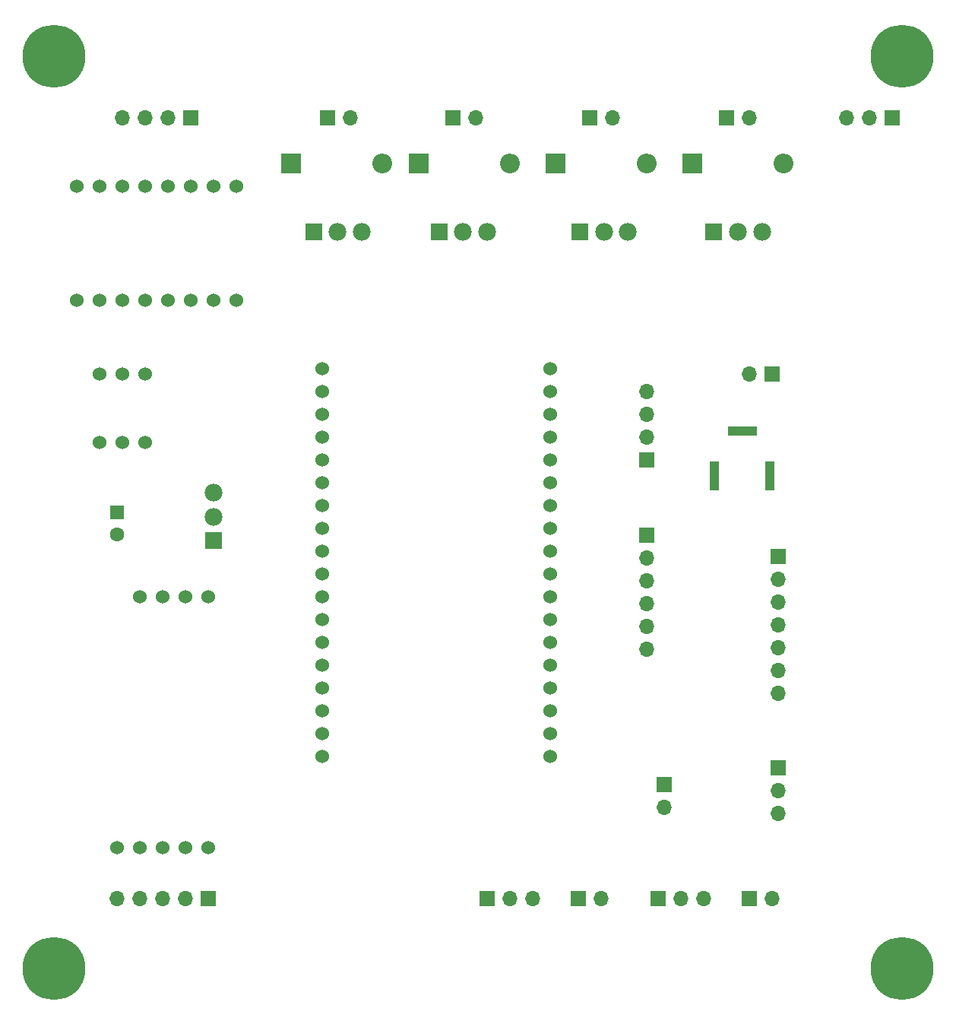
<source format=gbs>
%TF.GenerationSoftware,KiCad,Pcbnew,7.0.1*%
%TF.CreationDate,2023-04-23T09:13:03+12:00*%
%TF.ProjectId,Cocktail PCB,436f636b-7461-4696-9c20-5043422e6b69,rev?*%
%TF.SameCoordinates,Original*%
%TF.FileFunction,Soldermask,Bot*%
%TF.FilePolarity,Negative*%
%FSLAX46Y46*%
G04 Gerber Fmt 4.6, Leading zero omitted, Abs format (unit mm)*
G04 Created by KiCad (PCBNEW 7.0.1) date 2023-04-23 09:13:03*
%MOMM*%
%LPD*%
G01*
G04 APERTURE LIST*
%ADD10R,0.990600X3.200400*%
%ADD11R,3.200400X0.990600*%
%ADD12C,7.000000*%
%ADD13R,1.700000X1.700000*%
%ADD14O,1.700000X1.700000*%
%ADD15R,2.200000X2.200000*%
%ADD16O,2.200000X2.200000*%
%ADD17R,1.980000X1.980000*%
%ADD18C,1.980000*%
%ADD19R,1.600000X1.600000*%
%ADD20C,1.600000*%
%ADD21C,1.524000*%
G04 APERTURE END LIST*
D10*
X180236000Y-79248000D03*
X186436000Y-79248000D03*
D11*
X183336001Y-74248000D03*
D12*
X201168000Y-134112000D03*
X106680000Y-134112000D03*
X201168000Y-32512000D03*
X106680000Y-32512000D03*
D13*
X174625000Y-113660000D03*
D14*
X174625000Y-116200000D03*
D13*
X181610000Y-39370000D03*
D14*
X184150000Y-39370000D03*
D15*
X162560000Y-44450000D03*
D16*
X172720000Y-44450000D03*
D13*
X184145000Y-126365000D03*
D14*
X186685000Y-126365000D03*
D13*
X200010000Y-39370000D03*
D14*
X197470000Y-39370000D03*
X194930000Y-39370000D03*
D17*
X149540000Y-52070000D03*
D18*
X152240000Y-52070000D03*
X154940000Y-52070000D03*
D15*
X147320000Y-44450000D03*
D16*
X157480000Y-44450000D03*
D17*
X180180000Y-52070000D03*
D18*
X182880000Y-52070000D03*
X185580000Y-52070000D03*
D13*
X137160000Y-39370000D03*
D14*
X139700000Y-39370000D03*
D13*
X186690000Y-67945000D03*
D14*
X184150000Y-67945000D03*
D19*
X113665000Y-83312000D03*
D20*
X113665000Y-85812000D03*
D13*
X172720000Y-77470000D03*
D14*
X172720000Y-74930000D03*
X172720000Y-72390000D03*
X172720000Y-69850000D03*
D13*
X123825000Y-126365000D03*
D14*
X121285000Y-126365000D03*
X118745000Y-126365000D03*
X116205000Y-126365000D03*
X113665000Y-126365000D03*
D13*
X165100000Y-126365000D03*
D14*
X167640000Y-126365000D03*
D13*
X121920000Y-39370000D03*
D14*
X119380000Y-39370000D03*
X116840000Y-39370000D03*
X114300000Y-39370000D03*
D13*
X187325000Y-111760000D03*
D14*
X187325000Y-114300000D03*
X187325000Y-116840000D03*
D21*
X111760000Y-75565000D03*
X114300000Y-75525000D03*
X116840000Y-75565000D03*
X116840000Y-67945000D03*
X114300000Y-67905000D03*
X111760000Y-67945000D03*
D13*
X151130000Y-39370000D03*
D14*
X153670000Y-39370000D03*
D17*
X124460000Y-86520000D03*
D18*
X124460000Y-83820000D03*
X124460000Y-81120000D03*
D21*
X136525000Y-67310000D03*
X136525000Y-69850000D03*
X136525000Y-72390000D03*
X136525000Y-74930000D03*
X136525000Y-77470000D03*
X136525000Y-80010000D03*
X136525000Y-82550000D03*
X136525000Y-85090000D03*
X136525000Y-87630000D03*
X136525000Y-90170000D03*
X136525000Y-92710000D03*
X136525000Y-95250000D03*
X136525000Y-97790000D03*
X136525000Y-100330000D03*
X136525000Y-102870000D03*
X136525000Y-105410000D03*
X136525000Y-107950000D03*
X136525000Y-110490000D03*
X161925000Y-67310000D03*
X161925000Y-69850000D03*
X161925000Y-72390000D03*
X161925000Y-74930000D03*
X161925000Y-77470000D03*
X161925000Y-80010000D03*
X161925000Y-82550000D03*
X161925000Y-85090000D03*
X161925000Y-87630000D03*
X161925000Y-90170000D03*
X161925000Y-92710000D03*
X161925000Y-95250000D03*
X161933619Y-97790000D03*
X161925000Y-100330000D03*
X161925000Y-102870000D03*
X161925000Y-105410000D03*
X161925000Y-107950000D03*
X161925000Y-110490000D03*
D17*
X135570000Y-52070000D03*
D18*
X138270000Y-52070000D03*
X140970000Y-52070000D03*
D17*
X165210000Y-52070000D03*
D18*
X167910000Y-52070000D03*
X170610000Y-52070000D03*
D21*
X116205000Y-92710000D03*
X118745000Y-92710000D03*
X121285000Y-92710000D03*
X123825000Y-92710000D03*
X113665000Y-120650000D03*
X116205000Y-120650000D03*
X118745000Y-120650000D03*
X121285000Y-120650000D03*
X123825000Y-120650000D03*
D15*
X177800000Y-44450000D03*
D16*
X187960000Y-44450000D03*
D13*
X187325000Y-88265000D03*
D14*
X187325000Y-90805000D03*
X187325000Y-93345000D03*
X187325000Y-95885000D03*
X187325000Y-98425000D03*
X187325000Y-100965000D03*
X187325000Y-103505000D03*
D13*
X174005000Y-126365000D03*
D14*
X176545000Y-126365000D03*
X179085000Y-126365000D03*
D13*
X154940000Y-126365000D03*
D14*
X157480000Y-126365000D03*
X160020000Y-126365000D03*
D15*
X133030000Y-44450000D03*
D16*
X143190000Y-44450000D03*
D13*
X166370000Y-39370000D03*
D14*
X168910000Y-39370000D03*
D13*
X172720000Y-85852000D03*
D14*
X172720000Y-88392000D03*
X172720000Y-90932000D03*
X172720000Y-93472000D03*
X172720000Y-96012000D03*
X172720000Y-98552000D03*
D21*
X109220000Y-59690000D03*
X111760000Y-59690000D03*
X114300000Y-59690000D03*
X116840000Y-59690000D03*
X119380000Y-59690000D03*
X121920000Y-59690000D03*
X124460000Y-59690000D03*
X127000000Y-59690000D03*
X109220000Y-46990000D03*
X111760000Y-46990000D03*
X114300000Y-46990000D03*
X116840000Y-46990000D03*
X119380000Y-46990000D03*
X121920000Y-46990000D03*
X124460000Y-46990000D03*
X127000000Y-46990000D03*
M02*

</source>
